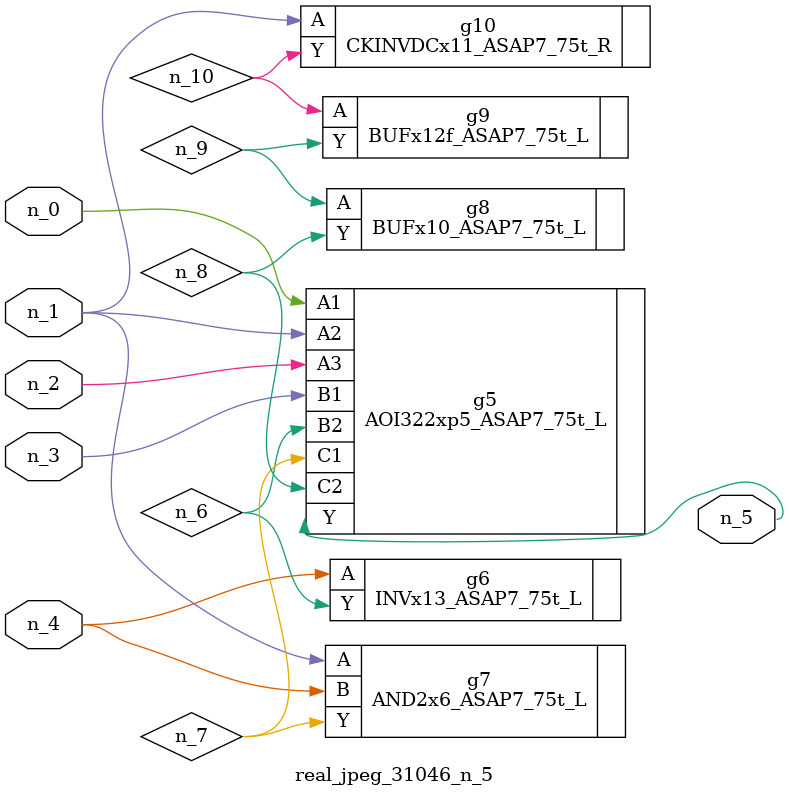
<source format=v>
module real_jpeg_31046_n_5 (n_4, n_0, n_1, n_2, n_3, n_5);

input n_4;
input n_0;
input n_1;
input n_2;
input n_3;

output n_5;

wire n_8;
wire n_6;
wire n_7;
wire n_10;
wire n_9;

AOI322xp5_ASAP7_75t_L g5 ( 
.A1(n_0),
.A2(n_1),
.A3(n_2),
.B1(n_3),
.B2(n_6),
.C1(n_7),
.C2(n_8),
.Y(n_5)
);

AND2x6_ASAP7_75t_L g7 ( 
.A(n_1),
.B(n_4),
.Y(n_7)
);

CKINVDCx11_ASAP7_75t_R g10 ( 
.A(n_1),
.Y(n_10)
);

INVx13_ASAP7_75t_L g6 ( 
.A(n_4),
.Y(n_6)
);

BUFx10_ASAP7_75t_L g8 ( 
.A(n_9),
.Y(n_8)
);

BUFx12f_ASAP7_75t_L g9 ( 
.A(n_10),
.Y(n_9)
);


endmodule
</source>
